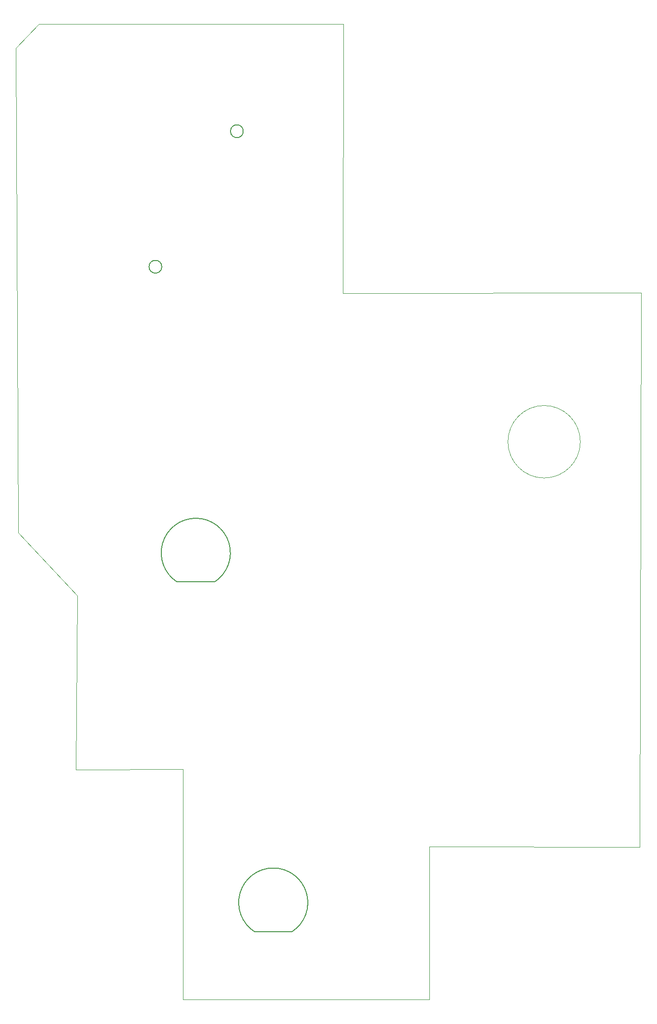
<source format=gbr>
%TF.GenerationSoftware,KiCad,Pcbnew,(5.1.6)-1*%
%TF.CreationDate,2021-08-25T11:31:01+10:00*%
%TF.ProjectId,DISP-EMC Panel PCB V1,44495350-2d45-44d4-9320-50616e656c20,rev?*%
%TF.SameCoordinates,Original*%
%TF.FileFunction,Profile,NP*%
%FSLAX46Y46*%
G04 Gerber Fmt 4.6, Leading zero omitted, Abs format (unit mm)*
G04 Created by KiCad (PCBNEW (5.1.6)-1) date 2021-08-25 11:31:01*
%MOMM*%
%LPD*%
G01*
G04 APERTURE LIST*
%TA.AperFunction,Profile*%
%ADD10C,0.050000*%
%TD*%
%TA.AperFunction,Profile*%
%ADD11C,0.150000*%
%TD*%
%TA.AperFunction,Profile*%
%ADD12C,0.200000*%
%TD*%
G04 APERTURE END LIST*
D10*
X144124102Y-82296000D02*
G75*
G03*
X144124102Y-82296000I-6379902J0D01*
G01*
D11*
X84705000Y-27610000D02*
G75*
G03*
X84705000Y-27610000I-1125000J0D01*
G01*
X70345000Y-51470000D02*
G75*
G03*
X70345000Y-51470000I-1125000J0D01*
G01*
D10*
X154863800Y-56083200D02*
X102260400Y-56108600D01*
X154559000Y-153720800D02*
X154863800Y-56083200D01*
X117500400Y-153593800D02*
X154559000Y-153720800D01*
X117525800Y-180517800D02*
X117500400Y-153593800D01*
X74117200Y-180517800D02*
X117525800Y-180517800D01*
X74041000Y-139979400D02*
X74117200Y-180517800D01*
X55194200Y-140030200D02*
X74041000Y-139979400D01*
X55448200Y-109372400D02*
X55194200Y-140030200D01*
X45059600Y-98272600D02*
X55448200Y-109372400D01*
X44602400Y-12928600D02*
X45059600Y-98272600D01*
X48666400Y-8763000D02*
X44602400Y-12928600D01*
X102387400Y-8763000D02*
X48666400Y-8763000D01*
X102260400Y-56108600D02*
X102387400Y-8763000D01*
D12*
X79669155Y-106967923D02*
X73011079Y-106970588D01*
X86663580Y-168565588D02*
G75*
G02*
X93321655Y-168562922I3326993J5108066D01*
G01*
X73011079Y-106970588D02*
G75*
G02*
X79669155Y-106967923I3326994J5108066D01*
G01*
X93321655Y-168562922D02*
X86663580Y-168565588D01*
M02*

</source>
